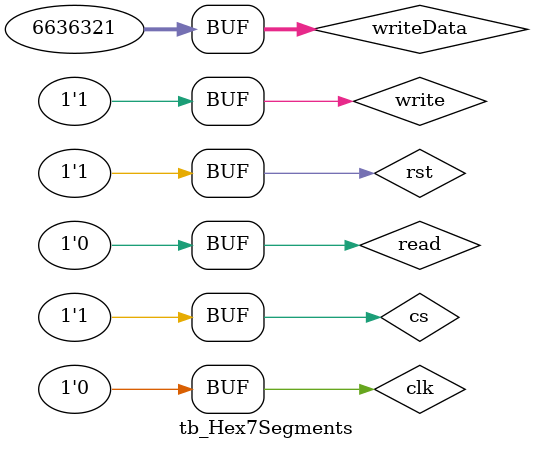
<source format=sv>

module tb_Hex7Segments ();

    // Signals definition
    logic clk, rst, cs, write, read;
    logic[6:0] hex5, hex4, hex3, hex2, hex1, hex0;
    logic[31:0] writeData, readData;

    Hex7Segments dut(
        .clk(clk), 
        .chipSelect(cs), 
        .write(write), 
        .read(read), 
        .rst(rst),
        .writeData(writeData),
        .hex5(hex5), 
        .hex4(hex4), 
        .hex3(hex3), 
        .hex2(hex2), 
        .hex1(hex1), 
        .hex0(hex0),
        .readData(readData)
    );

    // Generate clock
    always begin
        clk = 1; #5;
        clk = 0; #5;
    end

    // Initialization
    initial begin
        rst = 0;
        cs = 0;
        write = 0;
        read = 0;
        writeData = 0;
        #7;
        rst = 1;
        cs = 1;
        write = 1;
        writeData = 32'h00654321;
    end
endmodule
</source>
